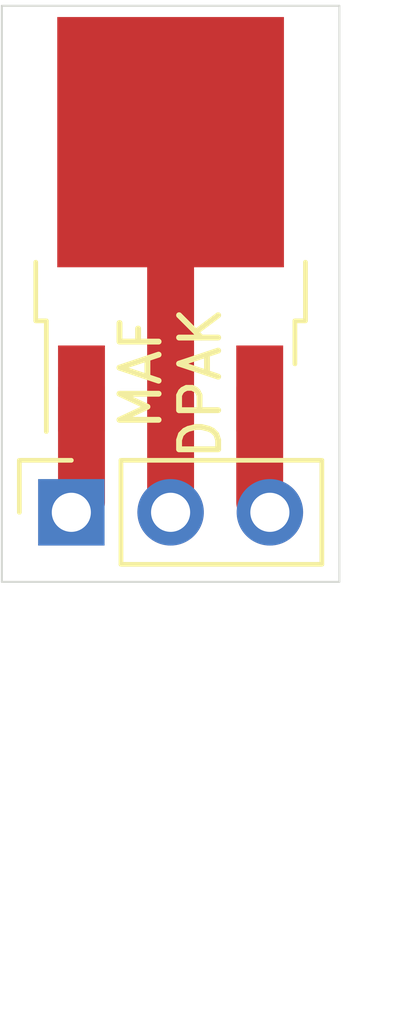
<source format=kicad_pcb>
(kicad_pcb (version 20171130) (host pcbnew 5.1.6-1.fc32)

  (general
    (thickness 1.6)
    (drawings 4)
    (tracks 5)
    (zones 0)
    (modules 2)
    (nets 1)
  )

  (page A4)
  (layers
    (0 F.Cu signal)
    (31 B.Cu signal)
    (32 B.Adhes user)
    (33 F.Adhes user)
    (34 B.Paste user)
    (35 F.Paste user)
    (36 B.SilkS user)
    (37 F.SilkS user)
    (38 B.Mask user)
    (39 F.Mask user)
    (40 Dwgs.User user)
    (41 Cmts.User user)
    (42 Eco1.User user)
    (43 Eco2.User user)
    (44 Edge.Cuts user)
    (45 Margin user)
    (46 B.CrtYd user)
    (47 F.CrtYd user)
    (48 B.Fab user)
    (49 F.Fab user)
  )

  (setup
    (last_trace_width 0.25)
    (trace_clearance 0.2)
    (zone_clearance 0.508)
    (zone_45_only no)
    (trace_min 0.2)
    (via_size 0.8)
    (via_drill 0.4)
    (via_min_size 0.4)
    (via_min_drill 0.3)
    (uvia_size 0.3)
    (uvia_drill 0.1)
    (uvias_allowed no)
    (uvia_min_size 0.2)
    (uvia_min_drill 0.1)
    (edge_width 0.05)
    (segment_width 0.2)
    (pcb_text_width 0.3)
    (pcb_text_size 1.5 1.5)
    (mod_edge_width 0.12)
    (mod_text_size 1 1)
    (mod_text_width 0.15)
    (pad_size 1.524 1.524)
    (pad_drill 0.762)
    (pad_to_mask_clearance 0.05)
    (aux_axis_origin 0 0)
    (visible_elements FFFFFF7F)
    (pcbplotparams
      (layerselection 0x010fc_ffffffff)
      (usegerberextensions false)
      (usegerberattributes true)
      (usegerberadvancedattributes true)
      (creategerberjobfile true)
      (excludeedgelayer true)
      (linewidth 0.100000)
      (plotframeref false)
      (viasonmask false)
      (mode 1)
      (useauxorigin false)
      (hpglpennumber 1)
      (hpglpenspeed 20)
      (hpglpendiameter 15.000000)
      (psnegative false)
      (psa4output false)
      (plotreference true)
      (plotvalue true)
      (plotinvisibletext false)
      (padsonsilk false)
      (subtractmaskfromsilk false)
      (outputformat 1)
      (mirror false)
      (drillshape 1)
      (scaleselection 1)
      (outputdirectory ""))
  )

  (net 0 "")

  (net_class Default "This is the default net class."
    (clearance 0.2)
    (trace_width 0.25)
    (via_dia 0.8)
    (via_drill 0.4)
    (uvia_dia 0.3)
    (uvia_drill 0.1)
  )

  (module Connector_PinSocket_2.54mm:PinSocket_1x03_P2.54mm_Vertical (layer F.Cu) (tedit 5A19A429) (tstamp 5F73093C)
    (at 140.97 61.722 90)
    (descr "Through hole straight socket strip, 1x03, 2.54mm pitch, single row (from Kicad 4.0.7), script generated")
    (tags "Through hole socket strip THT 1x03 2.54mm single row")
    (fp_text reference MAF (at 3.556 1.778 90) (layer F.SilkS)
      (effects (font (size 1 1) (thickness 0.15)))
    )
    (fp_text value PinSocket_1x03_P2.54mm_Vertical (at 0 7.85 90) (layer F.Fab)
      (effects (font (size 1 1) (thickness 0.15)))
    )
    (fp_line (start -1.8 6.85) (end -1.8 -1.8) (layer F.CrtYd) (width 0.05))
    (fp_line (start 1.75 6.85) (end -1.8 6.85) (layer F.CrtYd) (width 0.05))
    (fp_line (start 1.75 -1.8) (end 1.75 6.85) (layer F.CrtYd) (width 0.05))
    (fp_line (start -1.8 -1.8) (end 1.75 -1.8) (layer F.CrtYd) (width 0.05))
    (fp_line (start 0 -1.33) (end 1.33 -1.33) (layer F.SilkS) (width 0.12))
    (fp_line (start 1.33 -1.33) (end 1.33 0) (layer F.SilkS) (width 0.12))
    (fp_line (start 1.33 1.27) (end 1.33 6.41) (layer F.SilkS) (width 0.12))
    (fp_line (start -1.33 6.41) (end 1.33 6.41) (layer F.SilkS) (width 0.12))
    (fp_line (start -1.33 1.27) (end -1.33 6.41) (layer F.SilkS) (width 0.12))
    (fp_line (start -1.33 1.27) (end 1.33 1.27) (layer F.SilkS) (width 0.12))
    (fp_line (start -1.27 6.35) (end -1.27 -1.27) (layer F.Fab) (width 0.1))
    (fp_line (start 1.27 6.35) (end -1.27 6.35) (layer F.Fab) (width 0.1))
    (fp_line (start 1.27 -0.635) (end 1.27 6.35) (layer F.Fab) (width 0.1))
    (fp_line (start 0.635 -1.27) (end 1.27 -0.635) (layer F.Fab) (width 0.1))
    (fp_line (start -1.27 -1.27) (end 0.635 -1.27) (layer F.Fab) (width 0.1))
    (fp_text user %R (at 0 2.54) (layer F.Fab)
      (effects (font (size 1 1) (thickness 0.15)))
    )
    (pad 3 thru_hole oval (at 0 5.08 90) (size 1.7 1.7) (drill 1) (layers *.Cu *.Mask))
    (pad 2 thru_hole oval (at 0 2.54 90) (size 1.7 1.7) (drill 1) (layers *.Cu *.Mask))
    (pad 1 thru_hole rect (at 0 0 90) (size 1.7 1.7) (drill 1) (layers *.Cu *.Mask))
    (model ${KISYS3DMOD}/Connector_PinSocket_2.54mm.3dshapes/PinSocket_1x03_P2.54mm_Vertical.wrl
      (at (xyz 0 0 0))
      (scale (xyz 1 1 1))
      (rotate (xyz 0 0 0))
    )
  )

  (module Package_TO_SOT_SMD:TO-252-2 (layer F.Cu) (tedit 5A70A390) (tstamp 5F730301)
    (at 143.51 54.356 90)
    (descr "TO-252 / DPAK SMD package, http://www.infineon.com/cms/en/product/packages/PG-TO252/PG-TO252-3-1/")
    (tags "DPAK TO-252 DPAK-3 TO-252-3 SOT-428")
    (attr smd)
    (fp_text reference DPAK (at -4.064 0.762 90) (layer F.SilkS)
      (effects (font (size 1 1) (thickness 0.15)))
    )
    (fp_text value TO-252-2 (at 0 4.5 90) (layer F.Fab)
      (effects (font (size 1 1) (thickness 0.15)))
    )
    (fp_line (start 5.55 -3.5) (end -5.55 -3.5) (layer F.CrtYd) (width 0.05))
    (fp_line (start 5.55 3.5) (end 5.55 -3.5) (layer F.CrtYd) (width 0.05))
    (fp_line (start -5.55 3.5) (end 5.55 3.5) (layer F.CrtYd) (width 0.05))
    (fp_line (start -5.55 -3.5) (end -5.55 3.5) (layer F.CrtYd) (width 0.05))
    (fp_line (start -2.47 3.18) (end -3.57 3.18) (layer F.SilkS) (width 0.12))
    (fp_line (start -2.47 3.45) (end -2.47 3.18) (layer F.SilkS) (width 0.12))
    (fp_line (start -0.97 3.45) (end -2.47 3.45) (layer F.SilkS) (width 0.12))
    (fp_line (start -2.47 -3.18) (end -5.3 -3.18) (layer F.SilkS) (width 0.12))
    (fp_line (start -2.47 -3.45) (end -2.47 -3.18) (layer F.SilkS) (width 0.12))
    (fp_line (start -0.97 -3.45) (end -2.47 -3.45) (layer F.SilkS) (width 0.12))
    (fp_line (start -4.97 2.655) (end -2.27 2.655) (layer F.Fab) (width 0.1))
    (fp_line (start -4.97 1.905) (end -4.97 2.655) (layer F.Fab) (width 0.1))
    (fp_line (start -2.27 1.905) (end -4.97 1.905) (layer F.Fab) (width 0.1))
    (fp_line (start -4.97 -1.905) (end -2.27 -1.905) (layer F.Fab) (width 0.1))
    (fp_line (start -4.97 -2.655) (end -4.97 -1.905) (layer F.Fab) (width 0.1))
    (fp_line (start -1.865 -2.655) (end -4.97 -2.655) (layer F.Fab) (width 0.1))
    (fp_line (start -1.27 -3.25) (end 3.95 -3.25) (layer F.Fab) (width 0.1))
    (fp_line (start -2.27 -2.25) (end -1.27 -3.25) (layer F.Fab) (width 0.1))
    (fp_line (start -2.27 3.25) (end -2.27 -2.25) (layer F.Fab) (width 0.1))
    (fp_line (start 3.95 3.25) (end -2.27 3.25) (layer F.Fab) (width 0.1))
    (fp_line (start 3.95 -3.25) (end 3.95 3.25) (layer F.Fab) (width 0.1))
    (fp_line (start 4.95 2.7) (end 3.95 2.7) (layer F.Fab) (width 0.1))
    (fp_line (start 4.95 -2.7) (end 4.95 2.7) (layer F.Fab) (width 0.1))
    (fp_line (start 3.95 -2.7) (end 4.95 -2.7) (layer F.Fab) (width 0.1))
    (fp_text user %R (at 0 0 90) (layer F.Fab)
      (effects (font (size 1 1) (thickness 0.15)))
    )
    (pad "" smd rect (at 0.425 1.525 90) (size 3.05 2.75) (layers F.Paste))
    (pad "" smd rect (at 3.775 -1.525 90) (size 3.05 2.75) (layers F.Paste))
    (pad "" smd rect (at 0.425 -1.525 90) (size 3.05 2.75) (layers F.Paste))
    (pad "" smd rect (at 3.775 1.525 90) (size 3.05 2.75) (layers F.Paste))
    (pad 2 smd rect (at 2.1 0 90) (size 6.4 5.8) (layers F.Cu F.Mask))
    (pad 3 smd rect (at -4.2 2.28 90) (size 2.2 1.2) (layers F.Cu F.Paste F.Mask))
    (pad 1 smd rect (at -4.2 -2.28 90) (size 2.2 1.2) (layers F.Cu F.Paste F.Mask))
    (model ${KISYS3DMOD}/Package_TO_SOT_SMD.3dshapes/TO-252-2.wrl
      (at (xyz 0 0 0))
      (scale (xyz 1 1 1))
      (rotate (xyz 0 0 0))
    )
  )

  (gr_line (start 147.828 63.5) (end 139.192 63.5) (layer Edge.Cuts) (width 0.05) (tstamp 5F73093F))
  (gr_line (start 147.828 63.5) (end 147.828 48.768) (layer Edge.Cuts) (width 0.05))
  (gr_line (start 139.192 48.768) (end 147.828 48.768) (layer Edge.Cuts) (width 0.05))
  (gr_line (start 139.192 63.5) (end 139.192 48.768) (layer Edge.Cuts) (width 0.05))

  (segment (start 141.23 61.462) (end 140.97 61.722) (width 0.25) (layer F.Cu) (net 0))
  (segment (start 141.23 58.556) (end 141.23 61.462) (width 1.2) (layer F.Cu) (net 0))
  (segment (start 145.79 61.462) (end 146.05 61.722) (width 0.25) (layer F.Cu) (net 0))
  (segment (start 145.79 58.556) (end 145.79 61.462) (width 1.2) (layer F.Cu) (net 0))
  (segment (start 143.51 61.722) (end 143.51 52.256) (width 1.2) (layer F.Cu) (net 0))

)

</source>
